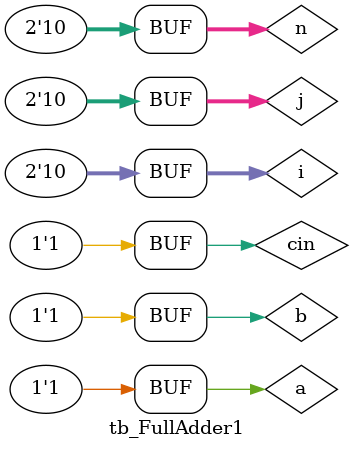
<source format=v>
`timescale 1ns / 1ps


module tb_FullAdder1;

	// Inputs
	reg a;
	reg b;
	reg cin;

	// Outputs
	wire cout;
	wire sum;

	// Instantiate the Unit Under Test (UUT)
	FullAdder1 uut (
		.a(a), 
		.b(b), 
		.cin(cin), 
		.cout(cout), 
		.sum(sum)
	);
	reg[1:0] i;
	reg[1:0] j;
	reg[1:0] n;
	initial begin
		// Initialize Inputs
		a = 0;
		b = 0;
		cin = 0;

		// Wait 100 ns for global reset to finish
		#100;
        
		// Add stimulus here
		for (i = 0; i < 2; i = i + 1) begin
			cin = i;
			for (j = 0; j < 2; j = j + 1) begin
				a = j;
				for (n = 0; n < 2; n = n +1)begin
					b = n;
					#10;
				end
			end
		end
	end
      
endmodule


</source>
